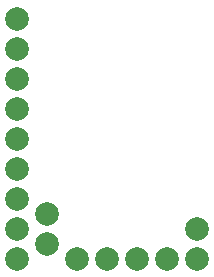
<source format=gbr>
G04 DipTrace 3.0.0.2*
G04 BottomMask.gbr*
%MOIN*%
G04 #@! TF.FileFunction,Soldermask,Bot*
G04 #@! TF.Part,Single*
%ADD23C,0.078898*%
%FSLAX26Y26*%
G04*
G70*
G90*
G75*
G01*
G04 BotMask*
%LPD*%
D23*
X445197Y445984D3*
X1045197D3*
X445197Y545984D3*
Y645984D3*
Y745984D3*
Y845984D3*
Y945984D3*
Y1045984D3*
Y1145984D3*
Y1245984D3*
X1045197Y545984D3*
X545197Y495984D3*
Y595984D3*
X645197Y445984D3*
X745197D3*
X845197D3*
X945197D3*
M02*

</source>
